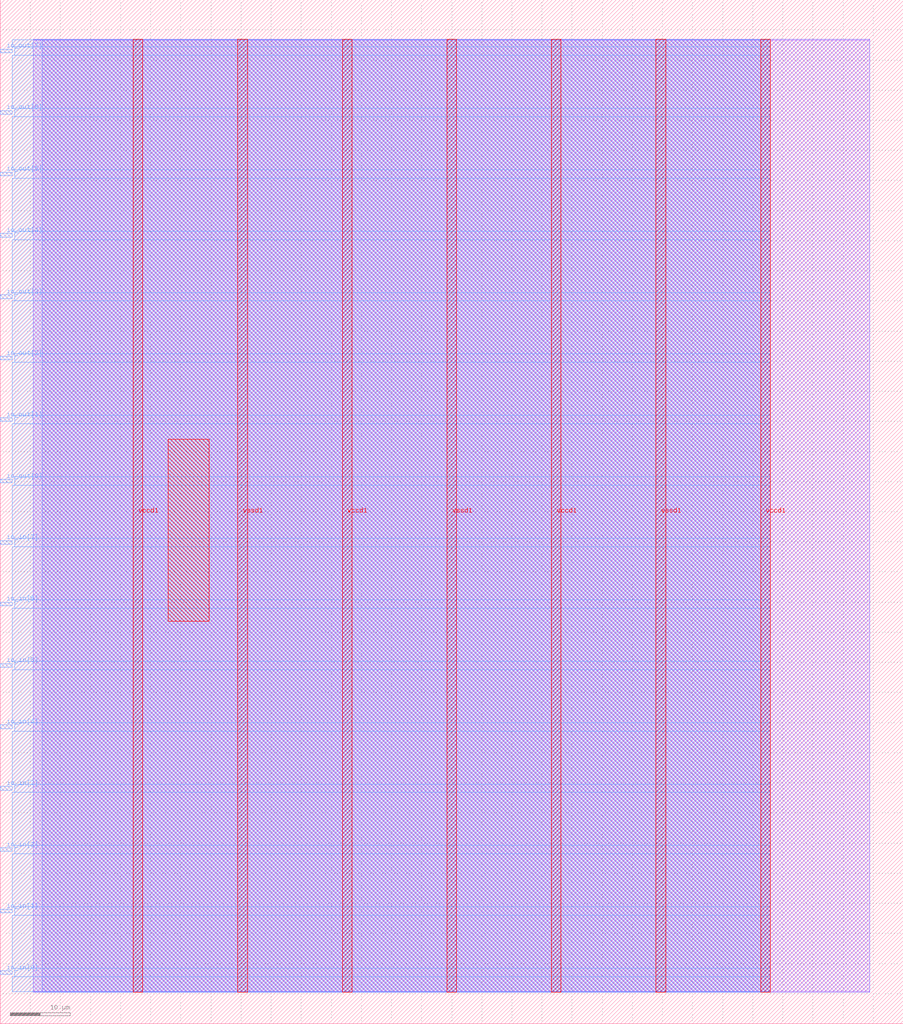
<source format=lef>
VERSION 5.7 ;
  NOWIREEXTENSIONATPIN ON ;
  DIVIDERCHAR "/" ;
  BUSBITCHARS "[]" ;
MACRO jglim_7seg
  CLASS BLOCK ;
  FOREIGN jglim_7seg ;
  ORIGIN 0.000 0.000 ;
  SIZE 150.000 BY 170.000 ;
  PIN io_in[0]
    DIRECTION INPUT ;
    USE SIGNAL ;
    PORT
      LAYER met3 ;
        RECT 0.000 8.200 2.000 8.800 ;
    END
  END io_in[0]
  PIN io_in[1]
    DIRECTION INPUT ;
    USE SIGNAL ;
    PORT
      LAYER met3 ;
        RECT 0.000 18.400 2.000 19.000 ;
    END
  END io_in[1]
  PIN io_in[2]
    DIRECTION INPUT ;
    USE SIGNAL ;
    PORT
      LAYER met3 ;
        RECT 0.000 28.600 2.000 29.200 ;
    END
  END io_in[2]
  PIN io_in[3]
    DIRECTION INPUT ;
    USE SIGNAL ;
    PORT
      LAYER met3 ;
        RECT 0.000 38.800 2.000 39.400 ;
    END
  END io_in[3]
  PIN io_in[4]
    DIRECTION INPUT ;
    USE SIGNAL ;
    PORT
      LAYER met3 ;
        RECT 0.000 49.000 2.000 49.600 ;
    END
  END io_in[4]
  PIN io_in[5]
    DIRECTION INPUT ;
    USE SIGNAL ;
    PORT
      LAYER met3 ;
        RECT 0.000 59.200 2.000 59.800 ;
    END
  END io_in[5]
  PIN io_in[6]
    DIRECTION INPUT ;
    USE SIGNAL ;
    PORT
      LAYER met3 ;
        RECT 0.000 69.400 2.000 70.000 ;
    END
  END io_in[6]
  PIN io_in[7]
    DIRECTION INPUT ;
    USE SIGNAL ;
    PORT
      LAYER met3 ;
        RECT 0.000 79.600 2.000 80.200 ;
    END
  END io_in[7]
  PIN io_out[0]
    DIRECTION OUTPUT TRISTATE ;
    USE SIGNAL ;
    PORT
      LAYER met3 ;
        RECT 0.000 89.800 2.000 90.400 ;
    END
  END io_out[0]
  PIN io_out[1]
    DIRECTION OUTPUT TRISTATE ;
    USE SIGNAL ;
    PORT
      LAYER met3 ;
        RECT 0.000 100.000 2.000 100.600 ;
    END
  END io_out[1]
  PIN io_out[2]
    DIRECTION OUTPUT TRISTATE ;
    USE SIGNAL ;
    PORT
      LAYER met3 ;
        RECT 0.000 110.200 2.000 110.800 ;
    END
  END io_out[2]
  PIN io_out[3]
    DIRECTION OUTPUT TRISTATE ;
    USE SIGNAL ;
    PORT
      LAYER met3 ;
        RECT 0.000 120.400 2.000 121.000 ;
    END
  END io_out[3]
  PIN io_out[4]
    DIRECTION OUTPUT TRISTATE ;
    USE SIGNAL ;
    PORT
      LAYER met3 ;
        RECT 0.000 130.600 2.000 131.200 ;
    END
  END io_out[4]
  PIN io_out[5]
    DIRECTION OUTPUT TRISTATE ;
    USE SIGNAL ;
    PORT
      LAYER met3 ;
        RECT 0.000 140.800 2.000 141.400 ;
    END
  END io_out[5]
  PIN io_out[6]
    DIRECTION OUTPUT TRISTATE ;
    USE SIGNAL ;
    PORT
      LAYER met3 ;
        RECT 0.000 151.000 2.000 151.600 ;
    END
  END io_out[6]
  PIN io_out[7]
    DIRECTION OUTPUT TRISTATE ;
    USE SIGNAL ;
    PORT
      LAYER met3 ;
        RECT 0.000 161.200 2.000 161.800 ;
    END
  END io_out[7]
  PIN vccd1
    DIRECTION INOUT ;
    USE POWER ;
    PORT
      LAYER met4 ;
        RECT 22.090 5.200 23.690 163.440 ;
    END
    PORT
      LAYER met4 ;
        RECT 56.830 5.200 58.430 163.440 ;
    END
    PORT
      LAYER met4 ;
        RECT 91.570 5.200 93.170 163.440 ;
    END
    PORT
      LAYER met4 ;
        RECT 126.310 5.200 127.910 163.440 ;
    END
  END vccd1
  PIN vssd1
    DIRECTION INOUT ;
    USE GROUND ;
    PORT
      LAYER met4 ;
        RECT 39.460 5.200 41.060 163.440 ;
    END
    PORT
      LAYER met4 ;
        RECT 74.200 5.200 75.800 163.440 ;
    END
    PORT
      LAYER met4 ;
        RECT 108.940 5.200 110.540 163.440 ;
    END
  END vssd1
  OBS
      LAYER li1 ;
        RECT 5.520 5.355 144.440 163.285 ;
      LAYER met1 ;
        RECT 5.520 5.200 144.440 163.440 ;
      LAYER met2 ;
        RECT 6.990 5.255 127.880 163.385 ;
      LAYER met3 ;
        RECT 2.000 162.200 127.900 163.365 ;
        RECT 2.400 160.800 127.900 162.200 ;
        RECT 2.000 152.000 127.900 160.800 ;
        RECT 2.400 150.600 127.900 152.000 ;
        RECT 2.000 141.800 127.900 150.600 ;
        RECT 2.400 140.400 127.900 141.800 ;
        RECT 2.000 131.600 127.900 140.400 ;
        RECT 2.400 130.200 127.900 131.600 ;
        RECT 2.000 121.400 127.900 130.200 ;
        RECT 2.400 120.000 127.900 121.400 ;
        RECT 2.000 111.200 127.900 120.000 ;
        RECT 2.400 109.800 127.900 111.200 ;
        RECT 2.000 101.000 127.900 109.800 ;
        RECT 2.400 99.600 127.900 101.000 ;
        RECT 2.000 90.800 127.900 99.600 ;
        RECT 2.400 89.400 127.900 90.800 ;
        RECT 2.000 80.600 127.900 89.400 ;
        RECT 2.400 79.200 127.900 80.600 ;
        RECT 2.000 70.400 127.900 79.200 ;
        RECT 2.400 69.000 127.900 70.400 ;
        RECT 2.000 60.200 127.900 69.000 ;
        RECT 2.400 58.800 127.900 60.200 ;
        RECT 2.000 50.000 127.900 58.800 ;
        RECT 2.400 48.600 127.900 50.000 ;
        RECT 2.000 39.800 127.900 48.600 ;
        RECT 2.400 38.400 127.900 39.800 ;
        RECT 2.000 29.600 127.900 38.400 ;
        RECT 2.400 28.200 127.900 29.600 ;
        RECT 2.000 19.400 127.900 28.200 ;
        RECT 2.400 18.000 127.900 19.400 ;
        RECT 2.000 9.200 127.900 18.000 ;
        RECT 2.400 7.800 127.900 9.200 ;
        RECT 2.000 5.275 127.900 7.800 ;
      LAYER met4 ;
        RECT 27.895 66.815 34.665 97.065 ;
  END
END jglim_7seg
END LIBRARY


</source>
